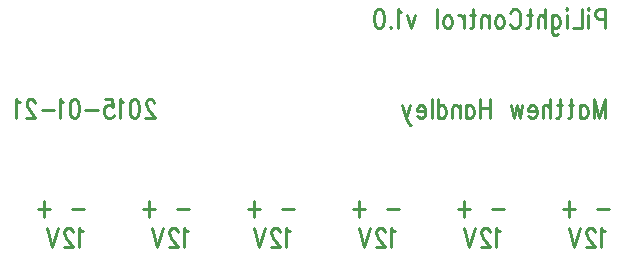
<source format=gbo>
*
*
G04 PADS 9.4.1 Build Number: 494907 generated Gerber (RS-274-X) file*
G04 PC Version=2.1*
*
%IN "PiLightControl.pcb"*%
*
%MOIN*%
*
%FSLAX35Y35*%
*
*
*
*
G04 PC Standard Apertures*
*
*
G04 Thermal Relief Aperture macro.*
%AMTER*
1,1,$1,0,0*
1,0,$1-$2,0,0*
21,0,$3,$4,0,0,45*
21,0,$3,$4,0,0,135*
%
*
*
G04 Annular Aperture macro.*
%AMANN*
1,1,$1,0,0*
1,0,$2,0,0*
%
*
*
G04 Odd Aperture macro.*
%AMODD*
1,1,$1,0,0*
1,0,$1-0.005,0,0*
%
*
*
G04 PC Custom Aperture Macros*
*
*
*
*
*
*
G04 PC Aperture Table*
*
%ADD010C,0.001*%
%ADD022C,0.01*%
*
*
*
*
G04 PC Circuitry*
G04 Layer Name PiLightControl.pcb - circuitry*
%LPD*%
*
*
G04 PC Custom Flashes*
G04 Layer Name PiLightControl.pcb - flashes*
%LPD*%
*
*
G04 PC Circuitry*
G04 Layer Name PiLightControl.pcb - circuitry*
%LPD*%
*
G54D10*
G54D22*
G01X300000Y206563D02*
Y200000D01*
Y206563D02*
X297955D01*
X297955D02*
X297273Y206250D01*
X297045Y205938*
X297045D02*
X296818Y205313D01*
X296818D02*
Y204375D01*
X297045Y203750*
X297273Y203438*
X297273D02*
X297955Y203125D01*
X300000*
X294773Y206563D02*
X294545Y206250D01*
X294318Y206563*
X294318D02*
X294545Y206875D01*
X294773Y206563*
X294545Y204375D02*
Y200000D01*
X292273Y206563D02*
Y200000D01*
X289545*
X287500Y206563D02*
X287273Y206250D01*
X287045Y206563*
X287045D02*
X287273Y206875D01*
X287500Y206563*
X287273Y204375D02*
Y200000D01*
X282273Y204375D02*
Y199375D01*
X282500Y198437*
X282500D02*
X282727Y198125D01*
X283182Y197812*
X283182D02*
X283864D01*
X283864D02*
X284318Y198125D01*
X282273Y203438D02*
X282727Y204063D01*
X282727D02*
X283182Y204375D01*
X283864*
X284318Y204063*
X284318D02*
X284773Y203438D01*
X284773D02*
X285000Y202500D01*
Y201875*
X284773Y200938*
X284773D02*
X284318Y200313D01*
X284318D02*
X283864Y200000D01*
X283182*
X282727Y200313*
X282727D02*
X282273Y200938D01*
X280227Y206563D02*
Y200000D01*
Y203125D02*
X279545Y204063D01*
X279545D02*
X279091Y204375D01*
X278409*
X277955Y204063*
X277955D02*
X277727Y203125D01*
Y200000*
X275000Y206563D02*
Y201250D01*
X274773Y200313*
X274773D02*
X274318Y200000D01*
X273864*
X275682Y204375D02*
X274091D01*
X268409Y205000D02*
X268636Y205625D01*
X269091Y206250*
X269545Y206563*
X269545D02*
X270455D01*
X270455D02*
X270909Y206250D01*
X271364Y205625*
X271591Y205000*
X271818Y204063*
X271818D02*
Y202500D01*
X271591Y201563*
X271591D02*
X271364Y200938D01*
X271364D02*
X270909Y200313D01*
X270909D02*
X270455Y200000D01*
X269545*
X269091Y200313*
X269091D02*
X268636Y200938D01*
X268636D02*
X268409Y201563D01*
X265227Y204375D02*
X265682Y204063D01*
X265682D02*
X266136Y203438D01*
X266136D02*
X266364Y202500D01*
Y201875*
X266136Y200938*
X266136D02*
X265682Y200313D01*
X265682D02*
X265227Y200000D01*
X264545*
X264091Y200313*
X264091D02*
X263636Y200938D01*
X263636D02*
X263409Y201875D01*
Y202500*
X263636Y203438*
X263636D02*
X264091Y204063D01*
X264091D02*
X264545Y204375D01*
X265227*
X261364D02*
Y200000D01*
Y203125D02*
X260682Y204063D01*
X260682D02*
X260227Y204375D01*
X259545*
X259091Y204063*
X259091D02*
X258864Y203125D01*
Y200000*
X256136Y206563D02*
Y201250D01*
X255909Y200313*
X255909D02*
X255455Y200000D01*
X255000*
X256818Y204375D02*
X255227D01*
X252955D02*
Y200000D01*
Y202500D02*
X252727Y203438D01*
X252727D02*
X252273Y204063D01*
X252273D02*
X251818Y204375D01*
X251136*
X247955D02*
X248409Y204063D01*
X248409D02*
X248864Y203438D01*
X248864D02*
X249091Y202500D01*
Y201875*
X248864Y200938*
X248864D02*
X248409Y200313D01*
X248409D02*
X247955Y200000D01*
X247273*
X246818Y200313*
X246818D02*
X246364Y200938D01*
X246364D02*
X246136Y201875D01*
Y202500*
X246364Y203438*
X246364D02*
X246818Y204063D01*
X246818D02*
X247273Y204375D01*
X247955*
X244091Y206563D02*
Y200000D01*
X236818Y204375D02*
X235455Y200000D01*
X234091Y204375D02*
X235455Y200000D01*
X232045Y205313D02*
X231591Y205625D01*
X230909Y206563*
X230909D02*
Y200000D01*
X228636Y200625D02*
X228864Y200313D01*
X228864D02*
X228636Y200000D01*
X228409Y200313*
X228409D02*
X228636Y200625D01*
X225000Y206563D02*
X225682Y206250D01*
X226136Y205313*
X226136D02*
X226364Y203750D01*
Y202813*
X226364D02*
X226136Y201250D01*
X225682Y200313*
X225682D02*
X225000Y200000D01*
X224545*
X223864Y200313*
X223864D02*
X223409Y201250D01*
X223182Y202813*
X223182D02*
Y203750D01*
X223409Y205313*
X223409D02*
X223864Y206250D01*
X224545Y206563*
X224545D02*
X225000D01*
X300000Y176563D02*
Y170000D01*
Y176563D02*
X298182Y170000D01*
X296364Y176563D02*
X298182Y170000D01*
X296364Y176563D02*
Y170000D01*
X291591Y174375D02*
Y170000D01*
Y173438D02*
X292045Y174063D01*
X292045D02*
X292500Y174375D01*
X293182*
X293636Y174063*
X293636D02*
X294091Y173438D01*
X294091D02*
X294318Y172500D01*
Y171875*
X294091Y170938*
X294091D02*
X293636Y170313D01*
X293636D02*
X293182Y170000D01*
X292500*
X292045Y170313*
X292045D02*
X291591Y170938D01*
X288864Y176563D02*
Y171250D01*
X288636Y170313*
X288636D02*
X288182Y170000D01*
X287727*
X289545Y174375D02*
X287955D01*
X285000Y176563D02*
Y171250D01*
X284773Y170313*
X284773D02*
X284318Y170000D01*
X283864*
X285682Y174375D02*
X284091D01*
X281818Y176563D02*
Y170000D01*
Y173125D02*
X281136Y174063D01*
X281136D02*
X280682Y174375D01*
X280000*
X279545Y174063*
X279545D02*
X279318Y173125D01*
Y170000*
X277273Y172500D02*
X274545D01*
Y173125*
X274773Y173750*
X275000Y174063*
X275000D02*
X275455Y174375D01*
X276136*
X276591Y174063*
X276591D02*
X277045Y173438D01*
X277045D02*
X277273Y172500D01*
Y171875*
X277045Y170938*
X277045D02*
X276591Y170313D01*
X276591D02*
X276136Y170000D01*
X275455*
X275000Y170313*
X275000D02*
X274545Y170938D01*
X272500Y174375D02*
X271591Y170000D01*
X270682Y174375D02*
X271591Y170000D01*
X270682Y174375D02*
X269773Y170000D01*
X268864Y174375D02*
X269773Y170000D01*
X261591Y176563D02*
Y170000D01*
X258409Y176563D02*
Y170000D01*
X261591Y173438D02*
X258409D01*
X253636Y174375D02*
Y170000D01*
Y173438D02*
X254091Y174063D01*
X254091D02*
X254545Y174375D01*
X255227*
X255682Y174063*
X255682D02*
X256136Y173438D01*
X256136D02*
X256364Y172500D01*
Y171875*
X256136Y170938*
X256136D02*
X255682Y170313D01*
X255682D02*
X255227Y170000D01*
X254545*
X254091Y170313*
X254091D02*
X253636Y170938D01*
X251591Y174375D02*
Y170000D01*
Y173125D02*
X250909Y174063D01*
X250909D02*
X250455Y174375D01*
X249773*
X249318Y174063*
X249318D02*
X249091Y173125D01*
Y170000*
X244318Y176563D02*
Y170000D01*
Y173438D02*
X244773Y174063D01*
X244773D02*
X245227Y174375D01*
X245909*
X246364Y174063*
X246364D02*
X246818Y173438D01*
X246818D02*
X247045Y172500D01*
Y171875*
X246818Y170938*
X246818D02*
X246364Y170313D01*
X246364D02*
X245909Y170000D01*
X245227*
X244773Y170313*
X244773D02*
X244318Y170938D01*
X242273Y176563D02*
Y170000D01*
X240227Y172500D02*
X237500D01*
Y173125*
X237727Y173750*
X237955Y174063*
X237955D02*
X238409Y174375D01*
X239091*
X239545Y174063*
X239545D02*
X240000Y173438D01*
X240000D02*
X240227Y172500D01*
Y171875*
X240000Y170938*
X240000D02*
X239545Y170313D01*
X239545D02*
X239091Y170000D01*
X238409*
X237955Y170313*
X237955D02*
X237500Y170938D01*
X235227Y174375D02*
X233864Y170000D01*
X232500Y174375D02*
X233864Y170000D01*
X234318Y168750*
X234773Y168125*
X235227Y167812*
X235227D02*
X235455D01*
X149773Y175000D02*
Y175313D01*
X149773D02*
X149545Y175938D01*
X149545D02*
X149318Y176250D01*
X148864Y176563*
X148864D02*
X147955D01*
X147955D02*
X147500Y176250D01*
X147273Y175938*
X147273D02*
X147045Y175313D01*
X147045D02*
Y174688D01*
X147045D02*
X147273Y174063D01*
X147273D02*
X147727Y173125D01*
X150000Y170000*
X146818*
X143409Y176563D02*
X144091Y176250D01*
X144545Y175313*
X144545D02*
X144773Y173750D01*
Y172813*
X144773D02*
X144545Y171250D01*
X144091Y170313*
X144091D02*
X143409Y170000D01*
X142955*
X142273Y170313*
X142273D02*
X141818Y171250D01*
X141591Y172813*
X141591D02*
Y173750D01*
X141818Y175313*
X141818D02*
X142273Y176250D01*
X142955Y176563*
X142955D02*
X143409D01*
X139545Y175313D02*
X139091Y175625D01*
X138409Y176563*
X138409D02*
Y170000D01*
X133409Y176563D02*
X135682D01*
X135682D02*
X135909Y173750D01*
X135682Y174063*
X135682D02*
X135000Y174375D01*
X134318*
X133636Y174063*
X133636D02*
X133182Y173438D01*
X133182D02*
X132955Y172500D01*
X133182Y171875*
X133409Y170938*
X133409D02*
X133864Y170313D01*
X133864D02*
X134545Y170000D01*
X135227*
X135909Y170313*
X135909D02*
X136136Y170625D01*
X136364Y171250*
X130909Y172813D02*
X126818D01*
X123409Y176563D02*
X124091Y176250D01*
X124545Y175313*
X124545D02*
X124773Y173750D01*
Y172813*
X124773D02*
X124545Y171250D01*
X124091Y170313*
X124091D02*
X123409Y170000D01*
X122955*
X122273Y170313*
X122273D02*
X121818Y171250D01*
X121591Y172813*
X121591D02*
Y173750D01*
X121818Y175313*
X121818D02*
X122273Y176250D01*
X122955Y176563*
X122955D02*
X123409D01*
X119545Y175313D02*
X119091Y175625D01*
X118409Y176563*
X118409D02*
Y170000D01*
X116364Y172813D02*
X112273D01*
X110000Y175000D02*
Y175313D01*
X110000D02*
X109773Y175938D01*
X109773D02*
X109545Y176250D01*
X109091Y176563*
X109091D02*
X108182D01*
X108182D02*
X107727Y176250D01*
X107500Y175938*
X107500D02*
X107273Y175313D01*
X107273D02*
Y174688D01*
X107273D02*
X107500Y174063D01*
X107500D02*
X107955Y173125D01*
X110227Y170000*
X107045*
X105000Y175313D02*
X104545Y175625D01*
X103864Y176563*
X103864D02*
Y170000D01*
X113045Y142625D02*
Y137000D01*
X111000Y139813D02*
X115091D01*
X122364D02*
X126455D01*
X126000Y132313D02*
X125545Y132625D01*
X124864Y133563*
X124864D02*
Y127000D01*
X122591Y132000D02*
Y132313D01*
X122591D02*
X122364Y132938D01*
X122364D02*
X122136Y133250D01*
X121682Y133563*
X121682D02*
X120773D01*
X120773D02*
X120318Y133250D01*
X120091Y132938*
X120091D02*
X119864Y132313D01*
X119864D02*
Y131688D01*
X119864D02*
X120091Y131063D01*
X120091D02*
X120545Y130125D01*
X122818Y127000*
X119636*
X117591Y133563D02*
X115773Y127000D01*
X113955Y133563D02*
X115773Y127000D01*
X148045Y142625D02*
Y137000D01*
X146000Y139813D02*
X150091D01*
X157364D02*
X161455D01*
X183045Y142625D02*
Y137000D01*
X181000Y139813D02*
X185091D01*
X192364D02*
X196455D01*
X218045Y142625D02*
Y137000D01*
X216000Y139813D02*
X220091D01*
X227364D02*
X231455D01*
X253045Y142625D02*
Y137000D01*
X251000Y139813D02*
X255091D01*
X262364D02*
X266455D01*
X288045Y142625D02*
Y137000D01*
X286000Y139813D02*
X290091D01*
X297364D02*
X301455D01*
X161000Y132313D02*
X160545Y132625D01*
X159864Y133563*
X159864D02*
Y127000D01*
X157591Y132000D02*
Y132313D01*
X157591D02*
X157364Y132938D01*
X157364D02*
X157136Y133250D01*
X156682Y133563*
X156682D02*
X155773D01*
X155773D02*
X155318Y133250D01*
X155091Y132938*
X155091D02*
X154864Y132313D01*
X154864D02*
Y131688D01*
X154864D02*
X155091Y131063D01*
X155091D02*
X155545Y130125D01*
X157818Y127000*
X154636*
X152591Y133563D02*
X150773Y127000D01*
X148955Y133563D02*
X150773Y127000D01*
X230000Y132313D02*
X229545Y132625D01*
X228864Y133563*
X228864D02*
Y127000D01*
X226591Y132000D02*
Y132313D01*
X226591D02*
X226364Y132938D01*
X226364D02*
X226136Y133250D01*
X225682Y133563*
X225682D02*
X224773D01*
X224773D02*
X224318Y133250D01*
X224091Y132938*
X224091D02*
X223864Y132313D01*
X223864D02*
Y131688D01*
X223864D02*
X224091Y131063D01*
X224091D02*
X224545Y130125D01*
X226818Y127000*
X223636*
X221591Y133563D02*
X219773Y127000D01*
X217955Y133563D02*
X219773Y127000D01*
X195000Y132313D02*
X194545Y132625D01*
X193864Y133563*
X193864D02*
Y127000D01*
X191591Y132000D02*
Y132313D01*
X191591D02*
X191364Y132938D01*
X191364D02*
X191136Y133250D01*
X190682Y133563*
X190682D02*
X189773D01*
X189773D02*
X189318Y133250D01*
X189091Y132938*
X189091D02*
X188864Y132313D01*
X188864D02*
Y131688D01*
X188864D02*
X189091Y131063D01*
X189091D02*
X189545Y130125D01*
X191818Y127000*
X188636*
X186591Y133563D02*
X184773Y127000D01*
X182955Y133563D02*
X184773Y127000D01*
X300000Y132313D02*
X299545Y132625D01*
X298864Y133563*
X298864D02*
Y127000D01*
X296591Y132000D02*
Y132313D01*
X296591D02*
X296364Y132938D01*
X296364D02*
X296136Y133250D01*
X295682Y133563*
X295682D02*
X294773D01*
X294773D02*
X294318Y133250D01*
X294091Y132938*
X294091D02*
X293864Y132313D01*
X293864D02*
Y131688D01*
X293864D02*
X294091Y131063D01*
X294091D02*
X294545Y130125D01*
X296818Y127000*
X293636*
X291591Y133563D02*
X289773Y127000D01*
X287955Y133563D02*
X289773Y127000D01*
X265000Y132313D02*
X264545Y132625D01*
X263864Y133563*
X263864D02*
Y127000D01*
X261591Y132000D02*
Y132313D01*
X261591D02*
X261364Y132938D01*
X261364D02*
X261136Y133250D01*
X260682Y133563*
X260682D02*
X259773D01*
X259773D02*
X259318Y133250D01*
X259091Y132938*
X259091D02*
X258864Y132313D01*
X258864D02*
Y131688D01*
X258864D02*
X259091Y131063D01*
X259091D02*
X259545Y130125D01*
X261818Y127000*
X258636*
X256591Y133563D02*
X254773Y127000D01*
X252955Y133563D02*
X254773Y127000D01*
X0Y0D02*
M02*

</source>
